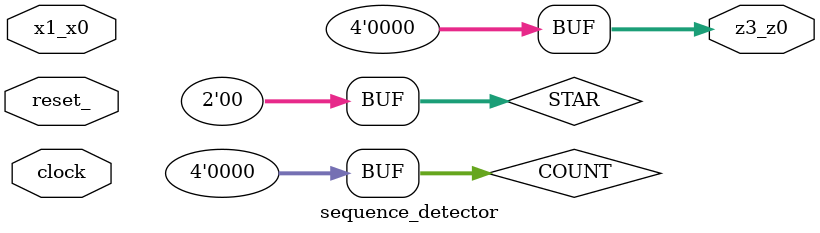
<source format=v>
module sequence_detector(reset_, clock, x1_x0, z3_z0);
	input reset_, clock;
	input[1:0] x1_x0;
	output[3:0] z3_z0;
	
	reg[1:0] STAR;
	localparam
		s0 = 'B00,
		s1 = 'B01,
		s2 = 'B10;

	reg[3:0] COUNT;
	assign z3_z0 = COUNT;
	
	always @(reset_ == 0) #1 begin
		STAR <= s0;
		COUNT <= 0;
	end

	always @(posedge clock) if(reset_ == 1) #3 begin
		case(STAR)
			s0: begin
				COUNT <= COUNT;
				STAR <= match(COUNT[0], x1_x0) ? s1 : s0;
			end 
			s1: begin
				COUNT <= COUNT;
				STAR <= (x1_x0 == 'B01) ? s2:
								 match(COUNT[0], x1_x0) ? s1 : s0; 
			end 
			s2: begin
				COUNT <= (x1_x0 == 'B10) ? COUNT + 1 : COUNT;
				STAR <= match(COUNT[0], x1_x0) ? s1 : s0; 
			end 
		endcase
	end

	function match;
		input type;
		input[1:0] x1_x0;
		case({type, x1_x0})
			'B000: match = 1;
			'B111: match = 1;
			default: match = 0;
		endcase
	endfunction
endmodule

</source>
